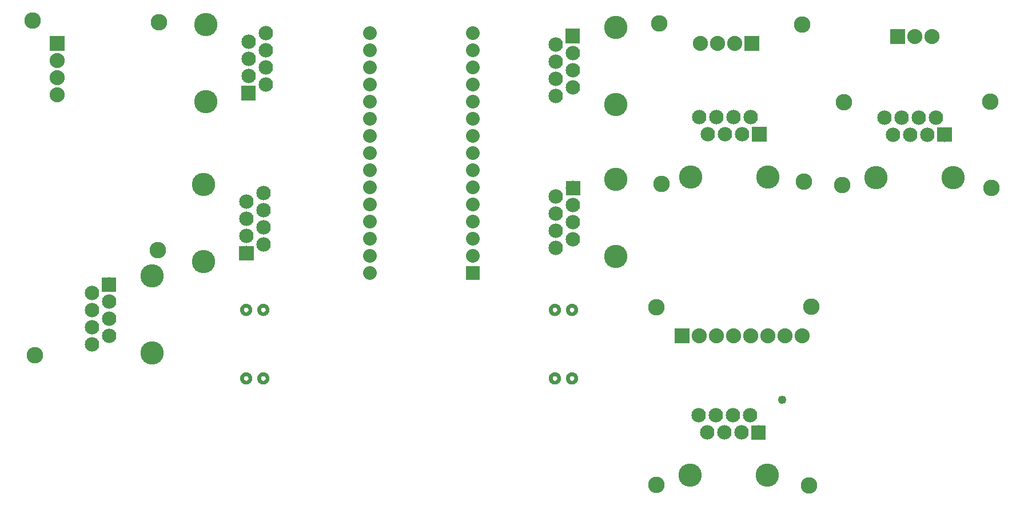
<source format=gbs>
G04 MADE WITH FRITZING*
G04 WWW.FRITZING.ORG*
G04 DOUBLE SIDED*
G04 HOLES PLATED*
G04 CONTOUR ON CENTER OF CONTOUR VECTOR*
%ASAXBY*%
%FSLAX23Y23*%
%MOIN*%
%OFA0B0*%
%SFA1.0B1.0*%
%ADD10C,0.080000*%
%ADD11C,0.084000*%
%ADD12C,0.135984*%
%ADD13C,0.088000*%
%ADD14C,0.049370*%
%ADD15C,0.096614*%
%ADD16R,0.079972X0.080000*%
%ADD17R,0.088000X0.088000*%
%ADD18R,0.001000X0.001000*%
%LNMASK0*%
G90*
G70*
G54D10*
X2680Y1333D03*
X2680Y1433D03*
X2680Y1533D03*
X2680Y1633D03*
X2680Y1733D03*
X2680Y1833D03*
X2680Y1933D03*
X2680Y2033D03*
X2680Y2133D03*
X2680Y2233D03*
X2680Y2333D03*
X2680Y2433D03*
X2680Y2533D03*
X2680Y2633D03*
X2680Y2733D03*
X2080Y1333D03*
X2080Y1433D03*
X2080Y1533D03*
X2080Y1633D03*
X2080Y1733D03*
X2080Y1833D03*
X2080Y1933D03*
X2080Y2033D03*
X2080Y2133D03*
X2080Y2233D03*
X2080Y2333D03*
X2080Y2433D03*
X2080Y2533D03*
X2080Y2633D03*
X2080Y2733D03*
G54D11*
X3163Y2367D03*
X3263Y2417D03*
X3163Y2467D03*
X3163Y2567D03*
X3163Y2667D03*
X3263Y2517D03*
X3263Y2617D03*
X3263Y2717D03*
G54D12*
X3513Y2767D03*
X3513Y2317D03*
G54D11*
X3163Y2367D03*
X3263Y2417D03*
X3163Y2467D03*
X3163Y2567D03*
X3163Y2667D03*
X3263Y2517D03*
X3263Y2617D03*
X3263Y2717D03*
G54D12*
X3513Y2767D03*
X3513Y2317D03*
G54D11*
X1472Y2734D03*
X1372Y2684D03*
X1472Y2634D03*
X1472Y2534D03*
X1472Y2434D03*
X1372Y2584D03*
X1372Y2484D03*
X1372Y2384D03*
G54D12*
X1122Y2334D03*
X1122Y2784D03*
G54D11*
X1472Y2734D03*
X1372Y2684D03*
X1472Y2634D03*
X1472Y2534D03*
X1472Y2434D03*
X1372Y2584D03*
X1372Y2484D03*
X1372Y2384D03*
G54D12*
X1122Y2334D03*
X1122Y2784D03*
G54D11*
X1461Y1800D03*
X1361Y1750D03*
X1461Y1700D03*
X1461Y1600D03*
X1461Y1500D03*
X1361Y1650D03*
X1361Y1550D03*
X1361Y1450D03*
G54D12*
X1111Y1400D03*
X1111Y1850D03*
G54D11*
X1461Y1800D03*
X1361Y1750D03*
X1461Y1700D03*
X1461Y1600D03*
X1461Y1500D03*
X1361Y1650D03*
X1361Y1550D03*
X1361Y1450D03*
G54D12*
X1111Y1400D03*
X1111Y1850D03*
G54D11*
X3165Y1480D03*
X3265Y1530D03*
X3165Y1580D03*
X3165Y1680D03*
X3165Y1780D03*
X3265Y1630D03*
X3265Y1730D03*
X3265Y1830D03*
G54D12*
X3515Y1880D03*
X3515Y1430D03*
G54D11*
X3165Y1480D03*
X3265Y1530D03*
X3165Y1580D03*
X3165Y1680D03*
X3165Y1780D03*
X3265Y1630D03*
X3265Y1730D03*
X3265Y1830D03*
G54D12*
X3515Y1880D03*
X3515Y1430D03*
G54D11*
X3997Y503D03*
X4047Y403D03*
X4097Y503D03*
X4197Y503D03*
X4297Y503D03*
X4147Y403D03*
X4247Y403D03*
X4347Y403D03*
G54D12*
X4397Y153D03*
X3947Y153D03*
G54D11*
X3997Y503D03*
X4047Y403D03*
X4097Y503D03*
X4197Y503D03*
X4297Y503D03*
X4147Y403D03*
X4247Y403D03*
X4347Y403D03*
G54D12*
X4397Y153D03*
X3947Y153D03*
G54D13*
X3901Y967D03*
X4001Y967D03*
X4101Y967D03*
X4201Y967D03*
X4301Y967D03*
X4401Y967D03*
X4501Y967D03*
X4601Y967D03*
X3901Y967D03*
X4001Y967D03*
X4101Y967D03*
X4201Y967D03*
X4301Y967D03*
X4401Y967D03*
X4501Y967D03*
X4601Y967D03*
G54D14*
X4485Y594D03*
G54D11*
X460Y917D03*
X560Y967D03*
X460Y1017D03*
X460Y1117D03*
X460Y1217D03*
X560Y1067D03*
X560Y1167D03*
X560Y1267D03*
G54D12*
X810Y1317D03*
X810Y867D03*
G54D11*
X460Y917D03*
X560Y967D03*
X460Y1017D03*
X460Y1117D03*
X460Y1217D03*
X560Y1067D03*
X560Y1167D03*
X560Y1267D03*
G54D12*
X810Y1317D03*
X810Y867D03*
G54D13*
X257Y2675D03*
X257Y2575D03*
X257Y2475D03*
X257Y2375D03*
X257Y2675D03*
X257Y2575D03*
X257Y2475D03*
X257Y2375D03*
X5158Y2715D03*
X5258Y2715D03*
X5358Y2715D03*
G54D11*
X5081Y2242D03*
X5131Y2142D03*
X5181Y2242D03*
X5281Y2242D03*
X5381Y2242D03*
X5231Y2142D03*
X5331Y2142D03*
X5431Y2142D03*
G54D12*
X5481Y1892D03*
X5031Y1892D03*
G54D11*
X5081Y2242D03*
X5131Y2142D03*
X5181Y2242D03*
X5281Y2242D03*
X5381Y2242D03*
X5231Y2142D03*
X5331Y2142D03*
X5431Y2142D03*
G54D12*
X5481Y1892D03*
X5031Y1892D03*
G54D13*
X4307Y2673D03*
X4207Y2673D03*
X4107Y2673D03*
X4007Y2673D03*
X4307Y2673D03*
X4207Y2673D03*
X4107Y2673D03*
X4007Y2673D03*
G54D11*
X4001Y2244D03*
X4051Y2144D03*
X4101Y2244D03*
X4201Y2244D03*
X4301Y2244D03*
X4151Y2144D03*
X4251Y2144D03*
X4351Y2144D03*
G54D12*
X4401Y1894D03*
X3951Y1894D03*
G54D11*
X4001Y2244D03*
X4051Y2144D03*
X4101Y2244D03*
X4201Y2244D03*
X4301Y2244D03*
X4151Y2144D03*
X4251Y2144D03*
X4351Y2144D03*
G54D12*
X4401Y1894D03*
X3951Y1894D03*
G54D15*
X4600Y2786D03*
X3767Y2792D03*
X4611Y1867D03*
X3779Y1856D03*
X5704Y1832D03*
X5698Y2335D03*
X4833Y1847D03*
X4842Y2330D03*
X849Y2798D03*
X114Y2809D03*
X126Y856D03*
X843Y1468D03*
X3750Y1133D03*
X4652Y1139D03*
X3750Y98D03*
X4640Y93D03*
G54D16*
X2680Y1333D03*
G54D17*
X3901Y967D03*
X3901Y967D03*
X257Y2675D03*
X257Y2675D03*
X5158Y2715D03*
X4307Y2673D03*
X4307Y2673D03*
G54D18*
X3221Y2759D02*
X3303Y2759D01*
X3221Y2758D02*
X3304Y2758D01*
X3221Y2757D02*
X3304Y2757D01*
X3221Y2756D02*
X3304Y2756D01*
X3221Y2755D02*
X3304Y2755D01*
X3221Y2754D02*
X3304Y2754D01*
X3221Y2753D02*
X3304Y2753D01*
X3221Y2752D02*
X3304Y2752D01*
X3221Y2751D02*
X3304Y2751D01*
X3221Y2750D02*
X3304Y2750D01*
X3221Y2749D02*
X3304Y2749D01*
X3221Y2748D02*
X3304Y2748D01*
X3221Y2747D02*
X3304Y2747D01*
X3221Y2746D02*
X3304Y2746D01*
X3221Y2745D02*
X3304Y2745D01*
X3221Y2744D02*
X3304Y2744D01*
X3221Y2743D02*
X3304Y2743D01*
X3221Y2742D02*
X3304Y2742D01*
X3221Y2741D02*
X3304Y2741D01*
X3221Y2740D02*
X3304Y2740D01*
X3221Y2739D02*
X3304Y2739D01*
X3221Y2738D02*
X3304Y2738D01*
X3221Y2737D02*
X3304Y2737D01*
X3221Y2736D02*
X3304Y2736D01*
X3221Y2735D02*
X3304Y2735D01*
X3221Y2734D02*
X3304Y2734D01*
X3221Y2733D02*
X3304Y2733D01*
X3221Y2732D02*
X3261Y2732D01*
X3263Y2732D02*
X3304Y2732D01*
X3221Y2731D02*
X3256Y2731D01*
X3268Y2731D02*
X3304Y2731D01*
X3221Y2730D02*
X3254Y2730D01*
X3270Y2730D02*
X3304Y2730D01*
X3221Y2729D02*
X3253Y2729D01*
X3271Y2729D02*
X3304Y2729D01*
X3221Y2728D02*
X3251Y2728D01*
X3273Y2728D02*
X3304Y2728D01*
X3221Y2727D02*
X3251Y2727D01*
X3274Y2727D02*
X3304Y2727D01*
X3221Y2726D02*
X3250Y2726D01*
X3274Y2726D02*
X3304Y2726D01*
X3221Y2725D02*
X3249Y2725D01*
X3275Y2725D02*
X3304Y2725D01*
X3221Y2724D02*
X3248Y2724D01*
X3276Y2724D02*
X3304Y2724D01*
X3221Y2723D02*
X3248Y2723D01*
X3276Y2723D02*
X3304Y2723D01*
X3221Y2722D02*
X3248Y2722D01*
X3277Y2722D02*
X3304Y2722D01*
X3221Y2721D02*
X3247Y2721D01*
X3277Y2721D02*
X3304Y2721D01*
X3221Y2720D02*
X3247Y2720D01*
X3277Y2720D02*
X3304Y2720D01*
X3221Y2719D02*
X3247Y2719D01*
X3277Y2719D02*
X3304Y2719D01*
X3221Y2718D02*
X3247Y2718D01*
X3277Y2718D02*
X3304Y2718D01*
X3221Y2717D02*
X3247Y2717D01*
X3277Y2717D02*
X3304Y2717D01*
X3221Y2716D02*
X3247Y2716D01*
X3277Y2716D02*
X3304Y2716D01*
X3221Y2715D02*
X3247Y2715D01*
X3277Y2715D02*
X3304Y2715D01*
X3221Y2714D02*
X3247Y2714D01*
X3277Y2714D02*
X3304Y2714D01*
X3221Y2713D02*
X3248Y2713D01*
X3277Y2713D02*
X3304Y2713D01*
X3221Y2712D02*
X3248Y2712D01*
X3276Y2712D02*
X3304Y2712D01*
X3221Y2711D02*
X3248Y2711D01*
X3276Y2711D02*
X3304Y2711D01*
X3221Y2710D02*
X3249Y2710D01*
X3275Y2710D02*
X3304Y2710D01*
X3221Y2709D02*
X3249Y2709D01*
X3275Y2709D02*
X3304Y2709D01*
X3221Y2708D02*
X3250Y2708D01*
X3274Y2708D02*
X3304Y2708D01*
X3221Y2707D02*
X3251Y2707D01*
X3273Y2707D02*
X3304Y2707D01*
X3221Y2706D02*
X3252Y2706D01*
X3272Y2706D02*
X3304Y2706D01*
X3221Y2705D02*
X3254Y2705D01*
X3271Y2705D02*
X3304Y2705D01*
X3221Y2704D02*
X3255Y2704D01*
X3269Y2704D02*
X3304Y2704D01*
X3221Y2703D02*
X3258Y2703D01*
X3266Y2703D02*
X3304Y2703D01*
X3221Y2702D02*
X3304Y2702D01*
X3221Y2701D02*
X3304Y2701D01*
X3221Y2700D02*
X3304Y2700D01*
X3221Y2699D02*
X3304Y2699D01*
X3221Y2698D02*
X3304Y2698D01*
X3221Y2697D02*
X3304Y2697D01*
X3221Y2696D02*
X3304Y2696D01*
X3221Y2695D02*
X3304Y2695D01*
X3221Y2694D02*
X3304Y2694D01*
X3221Y2693D02*
X3304Y2693D01*
X3221Y2692D02*
X3304Y2692D01*
X3221Y2691D02*
X3304Y2691D01*
X3221Y2690D02*
X3304Y2690D01*
X3221Y2689D02*
X3304Y2689D01*
X3221Y2688D02*
X3304Y2688D01*
X3221Y2687D02*
X3304Y2687D01*
X3221Y2686D02*
X3304Y2686D01*
X3221Y2685D02*
X3304Y2685D01*
X3221Y2684D02*
X3304Y2684D01*
X3221Y2683D02*
X3304Y2683D01*
X3221Y2682D02*
X3304Y2682D01*
X3221Y2681D02*
X3304Y2681D01*
X3221Y2680D02*
X3304Y2680D01*
X3221Y2679D02*
X3304Y2679D01*
X3221Y2678D02*
X3304Y2678D01*
X3221Y2677D02*
X3304Y2677D01*
X3221Y2676D02*
X3304Y2676D01*
X1331Y2426D02*
X1413Y2426D01*
X1330Y2425D02*
X1413Y2425D01*
X1330Y2424D02*
X1413Y2424D01*
X1330Y2423D02*
X1413Y2423D01*
X1330Y2422D02*
X1413Y2422D01*
X1330Y2421D02*
X1413Y2421D01*
X1330Y2420D02*
X1413Y2420D01*
X1330Y2419D02*
X1413Y2419D01*
X1330Y2418D02*
X1413Y2418D01*
X1330Y2417D02*
X1413Y2417D01*
X1330Y2416D02*
X1413Y2416D01*
X1330Y2415D02*
X1413Y2415D01*
X1330Y2414D02*
X1413Y2414D01*
X1330Y2413D02*
X1413Y2413D01*
X1330Y2412D02*
X1413Y2412D01*
X1330Y2411D02*
X1413Y2411D01*
X1330Y2410D02*
X1413Y2410D01*
X1330Y2409D02*
X1413Y2409D01*
X1330Y2408D02*
X1413Y2408D01*
X1330Y2407D02*
X1413Y2407D01*
X1330Y2406D02*
X1413Y2406D01*
X1330Y2405D02*
X1413Y2405D01*
X1330Y2404D02*
X1413Y2404D01*
X1330Y2403D02*
X1413Y2403D01*
X1330Y2402D02*
X1413Y2402D01*
X1330Y2401D02*
X1413Y2401D01*
X1330Y2400D02*
X1413Y2400D01*
X1330Y2399D02*
X1413Y2399D01*
X1330Y2398D02*
X1367Y2398D01*
X1377Y2398D02*
X1413Y2398D01*
X1330Y2397D02*
X1364Y2397D01*
X1379Y2397D02*
X1413Y2397D01*
X1330Y2396D02*
X1363Y2396D01*
X1381Y2396D02*
X1413Y2396D01*
X1330Y2395D02*
X1362Y2395D01*
X1382Y2395D02*
X1413Y2395D01*
X1330Y2394D02*
X1361Y2394D01*
X1383Y2394D02*
X1413Y2394D01*
X1330Y2393D02*
X1360Y2393D01*
X1384Y2393D02*
X1413Y2393D01*
X1330Y2392D02*
X1359Y2392D01*
X1385Y2392D02*
X1413Y2392D01*
X1330Y2391D02*
X1358Y2391D01*
X1385Y2391D02*
X1413Y2391D01*
X1330Y2390D02*
X1358Y2390D01*
X1386Y2390D02*
X1413Y2390D01*
X1330Y2389D02*
X1357Y2389D01*
X1386Y2389D02*
X1413Y2389D01*
X1330Y2388D02*
X1357Y2388D01*
X1386Y2388D02*
X1413Y2388D01*
X1330Y2387D02*
X1357Y2387D01*
X1387Y2387D02*
X1413Y2387D01*
X1330Y2386D02*
X1357Y2386D01*
X1387Y2386D02*
X1413Y2386D01*
X1330Y2385D02*
X1357Y2385D01*
X1387Y2385D02*
X1413Y2385D01*
X1330Y2384D02*
X1357Y2384D01*
X1387Y2384D02*
X1413Y2384D01*
X1330Y2383D02*
X1357Y2383D01*
X1387Y2383D02*
X1413Y2383D01*
X1330Y2382D02*
X1357Y2382D01*
X1387Y2382D02*
X1413Y2382D01*
X1330Y2381D02*
X1357Y2381D01*
X1387Y2381D02*
X1413Y2381D01*
X1330Y2380D02*
X1357Y2380D01*
X1386Y2380D02*
X1413Y2380D01*
X1330Y2379D02*
X1357Y2379D01*
X1386Y2379D02*
X1413Y2379D01*
X1330Y2378D02*
X1358Y2378D01*
X1386Y2378D02*
X1413Y2378D01*
X1330Y2377D02*
X1358Y2377D01*
X1385Y2377D02*
X1413Y2377D01*
X1330Y2376D02*
X1359Y2376D01*
X1385Y2376D02*
X1413Y2376D01*
X1330Y2375D02*
X1360Y2375D01*
X1384Y2375D02*
X1413Y2375D01*
X1330Y2374D02*
X1361Y2374D01*
X1383Y2374D02*
X1413Y2374D01*
X1330Y2373D02*
X1362Y2373D01*
X1382Y2373D02*
X1413Y2373D01*
X1330Y2372D02*
X1363Y2372D01*
X1381Y2372D02*
X1413Y2372D01*
X1330Y2371D02*
X1365Y2371D01*
X1379Y2371D02*
X1413Y2371D01*
X1330Y2370D02*
X1367Y2370D01*
X1377Y2370D02*
X1413Y2370D01*
X1330Y2369D02*
X1413Y2369D01*
X1330Y2368D02*
X1413Y2368D01*
X1330Y2367D02*
X1413Y2367D01*
X1330Y2366D02*
X1413Y2366D01*
X1330Y2365D02*
X1413Y2365D01*
X1330Y2364D02*
X1413Y2364D01*
X1330Y2363D02*
X1413Y2363D01*
X1330Y2362D02*
X1413Y2362D01*
X1330Y2361D02*
X1413Y2361D01*
X1330Y2360D02*
X1413Y2360D01*
X1330Y2359D02*
X1413Y2359D01*
X1330Y2358D02*
X1413Y2358D01*
X1330Y2357D02*
X1413Y2357D01*
X1330Y2356D02*
X1413Y2356D01*
X1330Y2355D02*
X1413Y2355D01*
X1330Y2354D02*
X1413Y2354D01*
X1330Y2353D02*
X1413Y2353D01*
X1330Y2352D02*
X1413Y2352D01*
X1330Y2351D02*
X1413Y2351D01*
X1330Y2350D02*
X1413Y2350D01*
X1330Y2349D02*
X1413Y2349D01*
X1330Y2348D02*
X1413Y2348D01*
X1330Y2347D02*
X1413Y2347D01*
X1330Y2346D02*
X1413Y2346D01*
X1330Y2345D02*
X1413Y2345D01*
X1330Y2344D02*
X1413Y2344D01*
X1330Y2343D02*
X1413Y2343D01*
X4309Y2186D02*
X4392Y2186D01*
X4309Y2185D02*
X4392Y2185D01*
X4309Y2184D02*
X4392Y2184D01*
X5389Y2184D02*
X5472Y2184D01*
X4309Y2183D02*
X4392Y2183D01*
X5389Y2183D02*
X5472Y2183D01*
X4309Y2182D02*
X4392Y2182D01*
X5389Y2182D02*
X5472Y2182D01*
X4309Y2181D02*
X4392Y2181D01*
X5389Y2181D02*
X5472Y2181D01*
X4309Y2180D02*
X4392Y2180D01*
X5389Y2180D02*
X5472Y2180D01*
X4309Y2179D02*
X4392Y2179D01*
X5389Y2179D02*
X5472Y2179D01*
X4309Y2178D02*
X4392Y2178D01*
X5389Y2178D02*
X5472Y2178D01*
X4309Y2177D02*
X4392Y2177D01*
X5389Y2177D02*
X5472Y2177D01*
X4309Y2176D02*
X4392Y2176D01*
X5389Y2176D02*
X5472Y2176D01*
X4309Y2175D02*
X4392Y2175D01*
X5389Y2175D02*
X5472Y2175D01*
X4309Y2174D02*
X4392Y2174D01*
X5389Y2174D02*
X5472Y2174D01*
X4309Y2173D02*
X4392Y2173D01*
X5389Y2173D02*
X5472Y2173D01*
X4309Y2172D02*
X4392Y2172D01*
X5389Y2172D02*
X5472Y2172D01*
X4309Y2171D02*
X4392Y2171D01*
X5389Y2171D02*
X5472Y2171D01*
X4309Y2170D02*
X4392Y2170D01*
X5389Y2170D02*
X5472Y2170D01*
X4309Y2169D02*
X4392Y2169D01*
X5389Y2169D02*
X5472Y2169D01*
X4309Y2168D02*
X4392Y2168D01*
X5389Y2168D02*
X5472Y2168D01*
X4309Y2167D02*
X4392Y2167D01*
X5389Y2167D02*
X5472Y2167D01*
X4309Y2166D02*
X4392Y2166D01*
X5389Y2166D02*
X5472Y2166D01*
X4309Y2165D02*
X4392Y2165D01*
X5389Y2165D02*
X5472Y2165D01*
X4309Y2164D02*
X4392Y2164D01*
X5389Y2164D02*
X5472Y2164D01*
X4309Y2163D02*
X4392Y2163D01*
X5389Y2163D02*
X5472Y2163D01*
X4309Y2162D02*
X4392Y2162D01*
X5389Y2162D02*
X5472Y2162D01*
X4309Y2161D02*
X4392Y2161D01*
X5389Y2161D02*
X5472Y2161D01*
X4309Y2160D02*
X4392Y2160D01*
X5389Y2160D02*
X5472Y2160D01*
X4309Y2159D02*
X4349Y2159D01*
X4352Y2159D02*
X4392Y2159D01*
X5389Y2159D02*
X5472Y2159D01*
X4309Y2158D02*
X4344Y2158D01*
X4357Y2158D02*
X4392Y2158D01*
X5389Y2158D02*
X5472Y2158D01*
X4309Y2157D02*
X4342Y2157D01*
X4359Y2157D02*
X4392Y2157D01*
X5389Y2157D02*
X5427Y2157D01*
X5434Y2157D02*
X5472Y2157D01*
X4309Y2156D02*
X4341Y2156D01*
X4360Y2156D02*
X4392Y2156D01*
X5389Y2156D02*
X5424Y2156D01*
X5437Y2156D02*
X5472Y2156D01*
X4309Y2155D02*
X4340Y2155D01*
X4361Y2155D02*
X4392Y2155D01*
X5389Y2155D02*
X5422Y2155D01*
X5439Y2155D02*
X5472Y2155D01*
X4309Y2154D02*
X4339Y2154D01*
X4362Y2154D02*
X4392Y2154D01*
X5389Y2154D02*
X5421Y2154D01*
X5440Y2154D02*
X5472Y2154D01*
X4309Y2153D02*
X4338Y2153D01*
X4363Y2153D02*
X4392Y2153D01*
X5389Y2153D02*
X5419Y2153D01*
X5441Y2153D02*
X5472Y2153D01*
X4309Y2152D02*
X4337Y2152D01*
X4364Y2152D02*
X4392Y2152D01*
X5389Y2152D02*
X5419Y2152D01*
X5442Y2152D02*
X5472Y2152D01*
X4309Y2151D02*
X4337Y2151D01*
X4364Y2151D02*
X4392Y2151D01*
X5389Y2151D02*
X5418Y2151D01*
X5443Y2151D02*
X5472Y2151D01*
X4309Y2150D02*
X4336Y2150D01*
X4365Y2150D02*
X4392Y2150D01*
X5389Y2150D02*
X5417Y2150D01*
X5444Y2150D02*
X5472Y2150D01*
X4309Y2149D02*
X4336Y2149D01*
X4365Y2149D02*
X4392Y2149D01*
X5389Y2149D02*
X5417Y2149D01*
X5444Y2149D02*
X5472Y2149D01*
X4309Y2148D02*
X4336Y2148D01*
X4365Y2148D02*
X4392Y2148D01*
X5389Y2148D02*
X5416Y2148D01*
X5445Y2148D02*
X5472Y2148D01*
X4309Y2147D02*
X4335Y2147D01*
X4365Y2147D02*
X4392Y2147D01*
X5389Y2147D02*
X5416Y2147D01*
X5445Y2147D02*
X5472Y2147D01*
X4309Y2146D02*
X4335Y2146D01*
X4366Y2146D02*
X4392Y2146D01*
X5389Y2146D02*
X5415Y2146D01*
X5445Y2146D02*
X5472Y2146D01*
X4309Y2145D02*
X4335Y2145D01*
X4366Y2145D02*
X4392Y2145D01*
X5389Y2145D02*
X5415Y2145D01*
X5445Y2145D02*
X5472Y2145D01*
X4309Y2144D02*
X4335Y2144D01*
X4366Y2144D02*
X4392Y2144D01*
X5389Y2144D02*
X5415Y2144D01*
X5445Y2144D02*
X5472Y2144D01*
X4309Y2143D02*
X4335Y2143D01*
X4366Y2143D02*
X4392Y2143D01*
X5389Y2143D02*
X5415Y2143D01*
X5445Y2143D02*
X5472Y2143D01*
X4309Y2142D02*
X4335Y2142D01*
X4365Y2142D02*
X4392Y2142D01*
X5389Y2142D02*
X5415Y2142D01*
X5445Y2142D02*
X5472Y2142D01*
X4309Y2141D02*
X4336Y2141D01*
X4365Y2141D02*
X4392Y2141D01*
X5389Y2141D02*
X5415Y2141D01*
X5445Y2141D02*
X5472Y2141D01*
X4309Y2140D02*
X4336Y2140D01*
X4365Y2140D02*
X4392Y2140D01*
X5389Y2140D02*
X5415Y2140D01*
X5445Y2140D02*
X5472Y2140D01*
X4309Y2139D02*
X4336Y2139D01*
X4365Y2139D02*
X4392Y2139D01*
X5389Y2139D02*
X5416Y2139D01*
X5445Y2139D02*
X5472Y2139D01*
X4309Y2138D02*
X4337Y2138D01*
X4364Y2138D02*
X4392Y2138D01*
X5389Y2138D02*
X5416Y2138D01*
X5445Y2138D02*
X5472Y2138D01*
X4309Y2137D02*
X4337Y2137D01*
X4364Y2137D02*
X4392Y2137D01*
X5389Y2137D02*
X5416Y2137D01*
X5444Y2137D02*
X5472Y2137D01*
X4309Y2136D02*
X4338Y2136D01*
X4363Y2136D02*
X4392Y2136D01*
X5389Y2136D02*
X5417Y2136D01*
X5444Y2136D02*
X5472Y2136D01*
X4309Y2135D02*
X4339Y2135D01*
X4362Y2135D02*
X4392Y2135D01*
X5389Y2135D02*
X5417Y2135D01*
X5443Y2135D02*
X5472Y2135D01*
X4309Y2134D02*
X4340Y2134D01*
X4361Y2134D02*
X4392Y2134D01*
X5389Y2134D02*
X5418Y2134D01*
X5443Y2134D02*
X5472Y2134D01*
X4309Y2133D02*
X4341Y2133D01*
X4360Y2133D02*
X4392Y2133D01*
X5389Y2133D02*
X5419Y2133D01*
X5442Y2133D02*
X5472Y2133D01*
X4309Y2132D02*
X4342Y2132D01*
X4359Y2132D02*
X4392Y2132D01*
X5389Y2132D02*
X5420Y2132D01*
X5441Y2132D02*
X5472Y2132D01*
X4309Y2131D02*
X4344Y2131D01*
X4357Y2131D02*
X4392Y2131D01*
X5389Y2131D02*
X5421Y2131D01*
X5440Y2131D02*
X5472Y2131D01*
X4309Y2130D02*
X4347Y2130D01*
X4354Y2130D02*
X4392Y2130D01*
X5389Y2130D02*
X5422Y2130D01*
X5438Y2130D02*
X5472Y2130D01*
X4309Y2129D02*
X4392Y2129D01*
X5389Y2129D02*
X5424Y2129D01*
X5436Y2129D02*
X5472Y2129D01*
X4309Y2128D02*
X4392Y2128D01*
X5389Y2128D02*
X5429Y2128D01*
X5431Y2128D02*
X5472Y2128D01*
X4309Y2127D02*
X4392Y2127D01*
X5389Y2127D02*
X5472Y2127D01*
X4309Y2126D02*
X4392Y2126D01*
X5389Y2126D02*
X5472Y2126D01*
X4309Y2125D02*
X4392Y2125D01*
X5389Y2125D02*
X5472Y2125D01*
X4309Y2124D02*
X4392Y2124D01*
X5389Y2124D02*
X5472Y2124D01*
X4309Y2123D02*
X4392Y2123D01*
X5389Y2123D02*
X5472Y2123D01*
X4309Y2122D02*
X4392Y2122D01*
X5389Y2122D02*
X5472Y2122D01*
X4309Y2121D02*
X4392Y2121D01*
X5389Y2121D02*
X5472Y2121D01*
X4309Y2120D02*
X4392Y2120D01*
X5389Y2120D02*
X5472Y2120D01*
X4309Y2119D02*
X4392Y2119D01*
X5389Y2119D02*
X5472Y2119D01*
X4309Y2118D02*
X4392Y2118D01*
X5389Y2118D02*
X5472Y2118D01*
X4309Y2117D02*
X4392Y2117D01*
X5389Y2117D02*
X5472Y2117D01*
X4309Y2116D02*
X4392Y2116D01*
X5389Y2116D02*
X5472Y2116D01*
X4309Y2115D02*
X4392Y2115D01*
X5389Y2115D02*
X5472Y2115D01*
X4309Y2114D02*
X4392Y2114D01*
X5389Y2114D02*
X5472Y2114D01*
X4309Y2113D02*
X4392Y2113D01*
X5389Y2113D02*
X5472Y2113D01*
X4309Y2112D02*
X4392Y2112D01*
X5389Y2112D02*
X5472Y2112D01*
X4309Y2111D02*
X4392Y2111D01*
X5389Y2111D02*
X5472Y2111D01*
X4309Y2110D02*
X4392Y2110D01*
X5389Y2110D02*
X5472Y2110D01*
X4309Y2109D02*
X4392Y2109D01*
X5389Y2109D02*
X5472Y2109D01*
X4309Y2108D02*
X4392Y2108D01*
X5389Y2108D02*
X5472Y2108D01*
X4309Y2107D02*
X4392Y2107D01*
X5389Y2107D02*
X5472Y2107D01*
X4309Y2106D02*
X4392Y2106D01*
X5389Y2106D02*
X5472Y2106D01*
X4309Y2105D02*
X4392Y2105D01*
X5389Y2105D02*
X5472Y2105D01*
X4309Y2104D02*
X4392Y2104D01*
X5389Y2104D02*
X5472Y2104D01*
X4309Y2103D02*
X4392Y2103D01*
X5389Y2103D02*
X5472Y2103D01*
X5389Y2102D02*
X5472Y2102D01*
X5389Y2101D02*
X5472Y2101D01*
X3223Y1872D02*
X3306Y1872D01*
X3223Y1871D02*
X3306Y1871D01*
X3223Y1870D02*
X3306Y1870D01*
X3223Y1869D02*
X3306Y1869D01*
X3223Y1868D02*
X3306Y1868D01*
X3223Y1867D02*
X3306Y1867D01*
X3223Y1866D02*
X3306Y1866D01*
X3223Y1865D02*
X3306Y1865D01*
X3223Y1864D02*
X3306Y1864D01*
X3223Y1863D02*
X3306Y1863D01*
X3223Y1862D02*
X3306Y1862D01*
X3223Y1861D02*
X3306Y1861D01*
X3223Y1860D02*
X3306Y1860D01*
X3223Y1859D02*
X3306Y1859D01*
X3223Y1858D02*
X3306Y1858D01*
X3223Y1857D02*
X3306Y1857D01*
X3223Y1856D02*
X3306Y1856D01*
X3223Y1855D02*
X3306Y1855D01*
X3223Y1854D02*
X3306Y1854D01*
X3223Y1853D02*
X3306Y1853D01*
X3223Y1852D02*
X3306Y1852D01*
X3223Y1851D02*
X3306Y1851D01*
X3223Y1850D02*
X3306Y1850D01*
X3223Y1849D02*
X3306Y1849D01*
X3223Y1848D02*
X3306Y1848D01*
X3223Y1847D02*
X3306Y1847D01*
X3223Y1846D02*
X3306Y1846D01*
X3223Y1845D02*
X3263Y1845D01*
X3266Y1845D02*
X3306Y1845D01*
X3223Y1844D02*
X3258Y1844D01*
X3271Y1844D02*
X3306Y1844D01*
X3223Y1843D02*
X3256Y1843D01*
X3273Y1843D02*
X3306Y1843D01*
X3223Y1842D02*
X3255Y1842D01*
X3274Y1842D02*
X3306Y1842D01*
X3223Y1841D02*
X3254Y1841D01*
X3275Y1841D02*
X3306Y1841D01*
X3223Y1840D02*
X3253Y1840D01*
X3276Y1840D02*
X3306Y1840D01*
X3223Y1839D02*
X3252Y1839D01*
X3277Y1839D02*
X3306Y1839D01*
X3223Y1838D02*
X3251Y1838D01*
X3278Y1838D02*
X3306Y1838D01*
X3223Y1837D02*
X3251Y1837D01*
X3278Y1837D02*
X3306Y1837D01*
X3223Y1836D02*
X3250Y1836D01*
X3279Y1836D02*
X3306Y1836D01*
X3223Y1835D02*
X3250Y1835D01*
X3279Y1835D02*
X3306Y1835D01*
X3223Y1834D02*
X3250Y1834D01*
X3279Y1834D02*
X3306Y1834D01*
X3223Y1833D02*
X3250Y1833D01*
X3279Y1833D02*
X3306Y1833D01*
X3223Y1832D02*
X3249Y1832D01*
X3280Y1832D02*
X3306Y1832D01*
X3223Y1831D02*
X3249Y1831D01*
X3280Y1831D02*
X3306Y1831D01*
X3223Y1830D02*
X3249Y1830D01*
X3280Y1830D02*
X3306Y1830D01*
X3223Y1829D02*
X3249Y1829D01*
X3280Y1829D02*
X3306Y1829D01*
X3223Y1828D02*
X3250Y1828D01*
X3279Y1828D02*
X3306Y1828D01*
X3223Y1827D02*
X3250Y1827D01*
X3279Y1827D02*
X3306Y1827D01*
X3223Y1826D02*
X3250Y1826D01*
X3279Y1826D02*
X3306Y1826D01*
X3223Y1825D02*
X3250Y1825D01*
X3279Y1825D02*
X3306Y1825D01*
X3223Y1824D02*
X3251Y1824D01*
X3278Y1824D02*
X3306Y1824D01*
X3223Y1823D02*
X3251Y1823D01*
X3278Y1823D02*
X3306Y1823D01*
X3223Y1822D02*
X3252Y1822D01*
X3277Y1822D02*
X3306Y1822D01*
X3223Y1821D02*
X3253Y1821D01*
X3276Y1821D02*
X3306Y1821D01*
X3223Y1820D02*
X3254Y1820D01*
X3275Y1820D02*
X3306Y1820D01*
X3223Y1819D02*
X3255Y1819D01*
X3274Y1819D02*
X3306Y1819D01*
X3223Y1818D02*
X3256Y1818D01*
X3273Y1818D02*
X3306Y1818D01*
X3223Y1817D02*
X3258Y1817D01*
X3271Y1817D02*
X3306Y1817D01*
X3223Y1816D02*
X3261Y1816D01*
X3268Y1816D02*
X3306Y1816D01*
X3223Y1815D02*
X3306Y1815D01*
X3223Y1814D02*
X3306Y1814D01*
X3223Y1813D02*
X3306Y1813D01*
X3223Y1812D02*
X3306Y1812D01*
X3223Y1811D02*
X3306Y1811D01*
X3223Y1810D02*
X3306Y1810D01*
X3223Y1809D02*
X3306Y1809D01*
X3223Y1808D02*
X3306Y1808D01*
X3223Y1807D02*
X3306Y1807D01*
X3223Y1806D02*
X3306Y1806D01*
X3223Y1805D02*
X3306Y1805D01*
X3223Y1804D02*
X3306Y1804D01*
X3223Y1803D02*
X3306Y1803D01*
X3223Y1802D02*
X3306Y1802D01*
X3223Y1801D02*
X3306Y1801D01*
X3223Y1800D02*
X3306Y1800D01*
X3223Y1799D02*
X3306Y1799D01*
X3223Y1798D02*
X3306Y1798D01*
X3223Y1797D02*
X3306Y1797D01*
X3223Y1796D02*
X3306Y1796D01*
X3223Y1795D02*
X3306Y1795D01*
X3223Y1794D02*
X3306Y1794D01*
X3223Y1793D02*
X3306Y1793D01*
X3223Y1792D02*
X3306Y1792D01*
X3223Y1791D02*
X3306Y1791D01*
X3223Y1790D02*
X3306Y1790D01*
X3223Y1789D02*
X3306Y1789D01*
X1319Y1492D02*
X1402Y1492D01*
X1319Y1491D02*
X1402Y1491D01*
X1319Y1490D02*
X1402Y1490D01*
X1319Y1489D02*
X1402Y1489D01*
X1319Y1488D02*
X1402Y1488D01*
X1319Y1487D02*
X1402Y1487D01*
X1319Y1486D02*
X1402Y1486D01*
X1319Y1485D02*
X1402Y1485D01*
X1319Y1484D02*
X1402Y1484D01*
X1319Y1483D02*
X1402Y1483D01*
X1319Y1482D02*
X1402Y1482D01*
X1319Y1481D02*
X1402Y1481D01*
X1319Y1480D02*
X1402Y1480D01*
X1319Y1479D02*
X1402Y1479D01*
X1319Y1478D02*
X1402Y1478D01*
X1319Y1477D02*
X1402Y1477D01*
X1319Y1476D02*
X1402Y1476D01*
X1319Y1475D02*
X1402Y1475D01*
X1319Y1474D02*
X1402Y1474D01*
X1319Y1473D02*
X1402Y1473D01*
X1319Y1472D02*
X1402Y1472D01*
X1319Y1471D02*
X1402Y1471D01*
X1319Y1470D02*
X1402Y1470D01*
X1319Y1469D02*
X1402Y1469D01*
X1319Y1468D02*
X1402Y1468D01*
X1319Y1467D02*
X1402Y1467D01*
X1319Y1466D02*
X1402Y1466D01*
X1319Y1465D02*
X1358Y1465D01*
X1363Y1465D02*
X1402Y1465D01*
X1319Y1464D02*
X1354Y1464D01*
X1367Y1464D02*
X1402Y1464D01*
X1319Y1463D02*
X1352Y1463D01*
X1369Y1463D02*
X1402Y1463D01*
X1319Y1462D02*
X1351Y1462D01*
X1370Y1462D02*
X1402Y1462D01*
X1319Y1461D02*
X1350Y1461D01*
X1371Y1461D02*
X1402Y1461D01*
X1319Y1460D02*
X1349Y1460D01*
X1372Y1460D02*
X1402Y1460D01*
X1319Y1459D02*
X1348Y1459D01*
X1373Y1459D02*
X1402Y1459D01*
X1319Y1458D02*
X1348Y1458D01*
X1374Y1458D02*
X1402Y1458D01*
X1319Y1457D02*
X1347Y1457D01*
X1374Y1457D02*
X1402Y1457D01*
X1319Y1456D02*
X1347Y1456D01*
X1375Y1456D02*
X1402Y1456D01*
X1319Y1455D02*
X1346Y1455D01*
X1375Y1455D02*
X1402Y1455D01*
X1319Y1454D02*
X1346Y1454D01*
X1375Y1454D02*
X1402Y1454D01*
X1319Y1453D02*
X1346Y1453D01*
X1376Y1453D02*
X1402Y1453D01*
X1319Y1452D02*
X1346Y1452D01*
X1376Y1452D02*
X1402Y1452D01*
X1319Y1451D02*
X1346Y1451D01*
X1376Y1451D02*
X1402Y1451D01*
X1319Y1450D02*
X1346Y1450D01*
X1376Y1450D02*
X1402Y1450D01*
X1319Y1449D02*
X1346Y1449D01*
X1376Y1449D02*
X1402Y1449D01*
X1319Y1448D02*
X1346Y1448D01*
X1376Y1448D02*
X1402Y1448D01*
X1319Y1447D02*
X1346Y1447D01*
X1376Y1447D02*
X1402Y1447D01*
X1319Y1446D02*
X1346Y1446D01*
X1375Y1446D02*
X1402Y1446D01*
X1319Y1445D02*
X1347Y1445D01*
X1375Y1445D02*
X1402Y1445D01*
X1319Y1444D02*
X1347Y1444D01*
X1374Y1444D02*
X1402Y1444D01*
X1319Y1443D02*
X1348Y1443D01*
X1374Y1443D02*
X1402Y1443D01*
X1319Y1442D02*
X1348Y1442D01*
X1373Y1442D02*
X1402Y1442D01*
X1319Y1441D02*
X1349Y1441D01*
X1372Y1441D02*
X1402Y1441D01*
X1319Y1440D02*
X1350Y1440D01*
X1371Y1440D02*
X1402Y1440D01*
X1319Y1439D02*
X1351Y1439D01*
X1370Y1439D02*
X1402Y1439D01*
X1319Y1438D02*
X1352Y1438D01*
X1369Y1438D02*
X1402Y1438D01*
X1319Y1437D02*
X1354Y1437D01*
X1367Y1437D02*
X1402Y1437D01*
X1319Y1436D02*
X1358Y1436D01*
X1364Y1436D02*
X1402Y1436D01*
X1319Y1435D02*
X1402Y1435D01*
X1319Y1434D02*
X1402Y1434D01*
X1319Y1433D02*
X1402Y1433D01*
X1319Y1432D02*
X1402Y1432D01*
X1319Y1431D02*
X1402Y1431D01*
X1319Y1430D02*
X1402Y1430D01*
X1319Y1429D02*
X1402Y1429D01*
X1319Y1428D02*
X1402Y1428D01*
X1319Y1427D02*
X1402Y1427D01*
X1319Y1426D02*
X1402Y1426D01*
X1319Y1425D02*
X1402Y1425D01*
X1319Y1424D02*
X1402Y1424D01*
X1319Y1423D02*
X1402Y1423D01*
X1319Y1422D02*
X1402Y1422D01*
X1319Y1421D02*
X1402Y1421D01*
X1319Y1420D02*
X1402Y1420D01*
X1319Y1419D02*
X1402Y1419D01*
X1319Y1418D02*
X1402Y1418D01*
X1319Y1417D02*
X1402Y1417D01*
X1319Y1416D02*
X1402Y1416D01*
X1319Y1415D02*
X1402Y1415D01*
X1319Y1414D02*
X1402Y1414D01*
X1319Y1413D02*
X1402Y1413D01*
X1319Y1412D02*
X1402Y1412D01*
X1319Y1411D02*
X1402Y1411D01*
X1319Y1410D02*
X1402Y1410D01*
X1319Y1409D02*
X1402Y1409D01*
X518Y1308D02*
X601Y1308D01*
X518Y1307D02*
X601Y1307D01*
X518Y1306D02*
X601Y1306D01*
X518Y1305D02*
X601Y1305D01*
X518Y1304D02*
X601Y1304D01*
X518Y1303D02*
X601Y1303D01*
X518Y1302D02*
X601Y1302D01*
X518Y1301D02*
X601Y1301D01*
X518Y1300D02*
X601Y1300D01*
X518Y1299D02*
X601Y1299D01*
X518Y1298D02*
X601Y1298D01*
X518Y1297D02*
X601Y1297D01*
X518Y1296D02*
X601Y1296D01*
X518Y1295D02*
X601Y1295D01*
X518Y1294D02*
X601Y1294D01*
X518Y1293D02*
X601Y1293D01*
X518Y1292D02*
X601Y1292D01*
X518Y1291D02*
X601Y1291D01*
X518Y1290D02*
X601Y1290D01*
X518Y1289D02*
X601Y1289D01*
X518Y1288D02*
X601Y1288D01*
X518Y1287D02*
X601Y1287D01*
X518Y1286D02*
X601Y1286D01*
X518Y1285D02*
X601Y1285D01*
X518Y1284D02*
X601Y1284D01*
X518Y1283D02*
X601Y1283D01*
X518Y1282D02*
X601Y1282D01*
X518Y1281D02*
X555Y1281D01*
X564Y1281D02*
X601Y1281D01*
X518Y1280D02*
X552Y1280D01*
X567Y1280D02*
X601Y1280D01*
X518Y1279D02*
X550Y1279D01*
X568Y1279D02*
X601Y1279D01*
X518Y1278D02*
X549Y1278D01*
X569Y1278D02*
X601Y1278D01*
X518Y1277D02*
X548Y1277D01*
X571Y1277D02*
X601Y1277D01*
X518Y1276D02*
X547Y1276D01*
X571Y1276D02*
X601Y1276D01*
X518Y1275D02*
X547Y1275D01*
X572Y1275D02*
X601Y1275D01*
X518Y1274D02*
X546Y1274D01*
X573Y1274D02*
X601Y1274D01*
X518Y1273D02*
X545Y1273D01*
X573Y1273D02*
X601Y1273D01*
X518Y1272D02*
X545Y1272D01*
X574Y1272D02*
X601Y1272D01*
X518Y1271D02*
X545Y1271D01*
X574Y1271D02*
X601Y1271D01*
X518Y1270D02*
X544Y1270D01*
X574Y1270D02*
X601Y1270D01*
X518Y1269D02*
X544Y1269D01*
X574Y1269D02*
X601Y1269D01*
X518Y1268D02*
X544Y1268D01*
X574Y1268D02*
X601Y1268D01*
X518Y1267D02*
X544Y1267D01*
X575Y1267D02*
X601Y1267D01*
X518Y1266D02*
X544Y1266D01*
X574Y1266D02*
X601Y1266D01*
X518Y1265D02*
X544Y1265D01*
X574Y1265D02*
X601Y1265D01*
X518Y1264D02*
X544Y1264D01*
X574Y1264D02*
X601Y1264D01*
X518Y1263D02*
X545Y1263D01*
X574Y1263D02*
X601Y1263D01*
X518Y1262D02*
X545Y1262D01*
X574Y1262D02*
X601Y1262D01*
X518Y1261D02*
X545Y1261D01*
X573Y1261D02*
X601Y1261D01*
X518Y1260D02*
X546Y1260D01*
X573Y1260D02*
X601Y1260D01*
X518Y1259D02*
X546Y1259D01*
X572Y1259D02*
X601Y1259D01*
X518Y1258D02*
X547Y1258D01*
X571Y1258D02*
X601Y1258D01*
X518Y1257D02*
X548Y1257D01*
X571Y1257D02*
X601Y1257D01*
X518Y1256D02*
X549Y1256D01*
X570Y1256D02*
X601Y1256D01*
X518Y1255D02*
X550Y1255D01*
X568Y1255D02*
X601Y1255D01*
X518Y1254D02*
X552Y1254D01*
X567Y1254D02*
X601Y1254D01*
X518Y1253D02*
X554Y1253D01*
X565Y1253D02*
X601Y1253D01*
X518Y1252D02*
X601Y1252D01*
X518Y1251D02*
X601Y1251D01*
X518Y1250D02*
X601Y1250D01*
X518Y1249D02*
X601Y1249D01*
X518Y1248D02*
X601Y1248D01*
X518Y1247D02*
X601Y1247D01*
X518Y1246D02*
X601Y1246D01*
X518Y1245D02*
X601Y1245D01*
X518Y1244D02*
X601Y1244D01*
X518Y1243D02*
X601Y1243D01*
X518Y1242D02*
X601Y1242D01*
X518Y1241D02*
X601Y1241D01*
X518Y1240D02*
X601Y1240D01*
X518Y1239D02*
X601Y1239D01*
X518Y1238D02*
X601Y1238D01*
X518Y1237D02*
X601Y1237D01*
X518Y1236D02*
X601Y1236D01*
X518Y1235D02*
X601Y1235D01*
X518Y1234D02*
X601Y1234D01*
X518Y1233D02*
X601Y1233D01*
X518Y1232D02*
X601Y1232D01*
X518Y1231D02*
X601Y1231D01*
X518Y1230D02*
X601Y1230D01*
X518Y1229D02*
X601Y1229D01*
X518Y1228D02*
X601Y1228D01*
X518Y1227D02*
X601Y1227D01*
X518Y1226D02*
X601Y1226D01*
X518Y1225D02*
X600Y1225D01*
X1352Y1154D02*
X1366Y1154D01*
X1452Y1154D02*
X1466Y1154D01*
X3152Y1154D02*
X3166Y1154D01*
X3252Y1154D02*
X3266Y1154D01*
X1348Y1153D02*
X1370Y1153D01*
X1448Y1153D02*
X1469Y1153D01*
X3148Y1153D02*
X3169Y1153D01*
X3248Y1153D02*
X3269Y1153D01*
X1346Y1152D02*
X1372Y1152D01*
X1445Y1152D02*
X1472Y1152D01*
X3145Y1152D02*
X3172Y1152D01*
X3245Y1152D02*
X3272Y1152D01*
X1343Y1151D02*
X1374Y1151D01*
X1443Y1151D02*
X1474Y1151D01*
X3143Y1151D02*
X3174Y1151D01*
X3243Y1151D02*
X3274Y1151D01*
X1342Y1150D02*
X1376Y1150D01*
X1441Y1150D02*
X1476Y1150D01*
X3141Y1150D02*
X3176Y1150D01*
X3241Y1150D02*
X3276Y1150D01*
X1340Y1149D02*
X1378Y1149D01*
X1440Y1149D02*
X1478Y1149D01*
X3140Y1149D02*
X3178Y1149D01*
X3240Y1149D02*
X3278Y1149D01*
X1338Y1148D02*
X1379Y1148D01*
X1438Y1148D02*
X1479Y1148D01*
X3138Y1148D02*
X3179Y1148D01*
X3238Y1148D02*
X3279Y1148D01*
X1337Y1147D02*
X1381Y1147D01*
X1437Y1147D02*
X1481Y1147D01*
X3137Y1147D02*
X3181Y1147D01*
X3237Y1147D02*
X3281Y1147D01*
X1336Y1146D02*
X1382Y1146D01*
X1436Y1146D02*
X1482Y1146D01*
X3136Y1146D02*
X3182Y1146D01*
X3236Y1146D02*
X3282Y1146D01*
X1335Y1145D02*
X1383Y1145D01*
X1435Y1145D02*
X1483Y1145D01*
X3135Y1145D02*
X3183Y1145D01*
X3234Y1145D02*
X3283Y1145D01*
X1334Y1144D02*
X1384Y1144D01*
X1434Y1144D02*
X1484Y1144D01*
X3134Y1144D02*
X3184Y1144D01*
X3233Y1144D02*
X3284Y1144D01*
X1333Y1143D02*
X1385Y1143D01*
X1433Y1143D02*
X1485Y1143D01*
X3133Y1143D02*
X3185Y1143D01*
X3233Y1143D02*
X3285Y1143D01*
X1332Y1142D02*
X1386Y1142D01*
X1432Y1142D02*
X1486Y1142D01*
X3132Y1142D02*
X3186Y1142D01*
X3232Y1142D02*
X3286Y1142D01*
X1331Y1141D02*
X1387Y1141D01*
X1431Y1141D02*
X1487Y1141D01*
X3131Y1141D02*
X3187Y1141D01*
X3231Y1141D02*
X3287Y1141D01*
X1330Y1140D02*
X1387Y1140D01*
X1430Y1140D02*
X1487Y1140D01*
X3130Y1140D02*
X3187Y1140D01*
X3230Y1140D02*
X3287Y1140D01*
X1330Y1139D02*
X1388Y1139D01*
X1430Y1139D02*
X1488Y1139D01*
X3130Y1139D02*
X3188Y1139D01*
X3229Y1139D02*
X3288Y1139D01*
X1329Y1138D02*
X1389Y1138D01*
X1429Y1138D02*
X1489Y1138D01*
X3129Y1138D02*
X3189Y1138D01*
X3229Y1138D02*
X3289Y1138D01*
X1328Y1137D02*
X1389Y1137D01*
X1428Y1137D02*
X1489Y1137D01*
X3128Y1137D02*
X3189Y1137D01*
X3228Y1137D02*
X3289Y1137D01*
X1328Y1136D02*
X1390Y1136D01*
X1428Y1136D02*
X1490Y1136D01*
X3128Y1136D02*
X3190Y1136D01*
X3228Y1136D02*
X3290Y1136D01*
X1327Y1135D02*
X1390Y1135D01*
X1427Y1135D02*
X1490Y1135D01*
X3127Y1135D02*
X3190Y1135D01*
X3227Y1135D02*
X3290Y1135D01*
X1327Y1134D02*
X1391Y1134D01*
X1427Y1134D02*
X1491Y1134D01*
X3127Y1134D02*
X3191Y1134D01*
X3227Y1134D02*
X3291Y1134D01*
X1326Y1133D02*
X1391Y1133D01*
X1426Y1133D02*
X1491Y1133D01*
X3126Y1133D02*
X3191Y1133D01*
X3226Y1133D02*
X3291Y1133D01*
X1326Y1132D02*
X1355Y1132D01*
X1363Y1132D02*
X1392Y1132D01*
X1426Y1132D02*
X1455Y1132D01*
X1463Y1132D02*
X1492Y1132D01*
X3126Y1132D02*
X3155Y1132D01*
X3163Y1132D02*
X3192Y1132D01*
X3226Y1132D02*
X3255Y1132D01*
X3263Y1132D02*
X3292Y1132D01*
X1326Y1131D02*
X1352Y1131D01*
X1366Y1131D02*
X1392Y1131D01*
X1426Y1131D02*
X1452Y1131D01*
X1465Y1131D02*
X1492Y1131D01*
X3126Y1131D02*
X3152Y1131D01*
X3165Y1131D02*
X3192Y1131D01*
X3225Y1131D02*
X3252Y1131D01*
X3265Y1131D02*
X3292Y1131D01*
X1325Y1130D02*
X1351Y1130D01*
X1367Y1130D02*
X1392Y1130D01*
X1425Y1130D02*
X1451Y1130D01*
X1467Y1130D02*
X1492Y1130D01*
X3125Y1130D02*
X3151Y1130D01*
X3167Y1130D02*
X3192Y1130D01*
X3225Y1130D02*
X3250Y1130D01*
X3267Y1130D02*
X3292Y1130D01*
X1325Y1129D02*
X1349Y1129D01*
X1368Y1129D02*
X1393Y1129D01*
X1425Y1129D02*
X1449Y1129D01*
X1468Y1129D02*
X1493Y1129D01*
X3125Y1129D02*
X3149Y1129D01*
X3168Y1129D02*
X3193Y1129D01*
X3225Y1129D02*
X3249Y1129D01*
X3268Y1129D02*
X3293Y1129D01*
X1325Y1128D02*
X1348Y1128D01*
X1369Y1128D02*
X1393Y1128D01*
X1425Y1128D02*
X1448Y1128D01*
X1469Y1128D02*
X1493Y1128D01*
X3125Y1128D02*
X3148Y1128D01*
X3169Y1128D02*
X3193Y1128D01*
X3225Y1128D02*
X3248Y1128D01*
X3269Y1128D02*
X3293Y1128D01*
X1324Y1127D02*
X1348Y1127D01*
X1370Y1127D02*
X1393Y1127D01*
X1424Y1127D02*
X1448Y1127D01*
X1470Y1127D02*
X1493Y1127D01*
X3124Y1127D02*
X3147Y1127D01*
X3170Y1127D02*
X3193Y1127D01*
X3224Y1127D02*
X3247Y1127D01*
X3270Y1127D02*
X3293Y1127D01*
X1324Y1126D02*
X1347Y1126D01*
X1371Y1126D02*
X1394Y1126D01*
X1424Y1126D02*
X1447Y1126D01*
X1471Y1126D02*
X1494Y1126D01*
X3124Y1126D02*
X3147Y1126D01*
X3171Y1126D02*
X3193Y1126D01*
X3224Y1126D02*
X3247Y1126D01*
X3271Y1126D02*
X3293Y1126D01*
X1324Y1125D02*
X1346Y1125D01*
X1372Y1125D02*
X1394Y1125D01*
X1424Y1125D02*
X1446Y1125D01*
X1471Y1125D02*
X1494Y1125D01*
X3124Y1125D02*
X3146Y1125D01*
X3171Y1125D02*
X3194Y1125D01*
X3224Y1125D02*
X3246Y1125D01*
X3271Y1125D02*
X3294Y1125D01*
X1324Y1124D02*
X1346Y1124D01*
X1372Y1124D02*
X1394Y1124D01*
X1424Y1124D02*
X1446Y1124D01*
X1472Y1124D02*
X1494Y1124D01*
X3124Y1124D02*
X3146Y1124D01*
X3172Y1124D02*
X3194Y1124D01*
X3224Y1124D02*
X3246Y1124D01*
X3272Y1124D02*
X3294Y1124D01*
X1324Y1123D02*
X1345Y1123D01*
X1372Y1123D02*
X1394Y1123D01*
X1424Y1123D02*
X1445Y1123D01*
X1472Y1123D02*
X1494Y1123D01*
X3124Y1123D02*
X3145Y1123D01*
X3172Y1123D02*
X3194Y1123D01*
X3224Y1123D02*
X3245Y1123D01*
X3272Y1123D02*
X3294Y1123D01*
X1324Y1122D02*
X1345Y1122D01*
X1373Y1122D02*
X1394Y1122D01*
X1424Y1122D02*
X1445Y1122D01*
X1473Y1122D02*
X1494Y1122D01*
X3123Y1122D02*
X3145Y1122D01*
X3172Y1122D02*
X3194Y1122D01*
X3223Y1122D02*
X3245Y1122D01*
X3272Y1122D02*
X3294Y1122D01*
X1324Y1121D02*
X1345Y1121D01*
X1373Y1121D02*
X1394Y1121D01*
X1423Y1121D02*
X1445Y1121D01*
X1473Y1121D02*
X1494Y1121D01*
X3123Y1121D02*
X3145Y1121D01*
X3173Y1121D02*
X3194Y1121D01*
X3223Y1121D02*
X3245Y1121D01*
X3273Y1121D02*
X3294Y1121D01*
X1323Y1120D02*
X1345Y1120D01*
X1373Y1120D02*
X1394Y1120D01*
X1423Y1120D02*
X1445Y1120D01*
X1473Y1120D02*
X1494Y1120D01*
X3123Y1120D02*
X3145Y1120D01*
X3173Y1120D02*
X3194Y1120D01*
X3223Y1120D02*
X3245Y1120D01*
X3273Y1120D02*
X3294Y1120D01*
X1323Y1119D02*
X1345Y1119D01*
X1373Y1119D02*
X1394Y1119D01*
X1423Y1119D02*
X1445Y1119D01*
X1473Y1119D02*
X1494Y1119D01*
X3123Y1119D02*
X3145Y1119D01*
X3173Y1119D02*
X3194Y1119D01*
X3223Y1119D02*
X3245Y1119D01*
X3273Y1119D02*
X3294Y1119D01*
X1323Y1118D02*
X1345Y1118D01*
X1373Y1118D02*
X1394Y1118D01*
X1423Y1118D02*
X1445Y1118D01*
X1473Y1118D02*
X1494Y1118D01*
X3123Y1118D02*
X3145Y1118D01*
X3173Y1118D02*
X3194Y1118D01*
X3223Y1118D02*
X3245Y1118D01*
X3273Y1118D02*
X3294Y1118D01*
X1324Y1117D02*
X1345Y1117D01*
X1373Y1117D02*
X1394Y1117D01*
X1423Y1117D02*
X1445Y1117D01*
X1473Y1117D02*
X1494Y1117D01*
X3123Y1117D02*
X3145Y1117D01*
X3173Y1117D02*
X3194Y1117D01*
X3223Y1117D02*
X3245Y1117D01*
X3273Y1117D02*
X3294Y1117D01*
X1324Y1116D02*
X1345Y1116D01*
X1373Y1116D02*
X1394Y1116D01*
X1424Y1116D02*
X1445Y1116D01*
X1473Y1116D02*
X1494Y1116D01*
X3123Y1116D02*
X3145Y1116D01*
X3173Y1116D02*
X3194Y1116D01*
X3223Y1116D02*
X3245Y1116D01*
X3272Y1116D02*
X3294Y1116D01*
X1324Y1115D02*
X1345Y1115D01*
X1372Y1115D02*
X1394Y1115D01*
X1424Y1115D02*
X1445Y1115D01*
X1472Y1115D02*
X1494Y1115D01*
X3124Y1115D02*
X3145Y1115D01*
X3172Y1115D02*
X3194Y1115D01*
X3224Y1115D02*
X3245Y1115D01*
X3272Y1115D02*
X3294Y1115D01*
X1324Y1114D02*
X1346Y1114D01*
X1372Y1114D02*
X1394Y1114D01*
X1424Y1114D02*
X1446Y1114D01*
X1472Y1114D02*
X1494Y1114D01*
X3124Y1114D02*
X3146Y1114D01*
X3172Y1114D02*
X3194Y1114D01*
X3224Y1114D02*
X3246Y1114D01*
X3272Y1114D02*
X3294Y1114D01*
X1324Y1113D02*
X1346Y1113D01*
X1372Y1113D02*
X1394Y1113D01*
X1424Y1113D02*
X1446Y1113D01*
X1472Y1113D02*
X1494Y1113D01*
X3124Y1113D02*
X3146Y1113D01*
X3171Y1113D02*
X3194Y1113D01*
X3224Y1113D02*
X3246Y1113D01*
X3271Y1113D02*
X3294Y1113D01*
X1324Y1112D02*
X1347Y1112D01*
X1371Y1112D02*
X1394Y1112D01*
X1424Y1112D02*
X1447Y1112D01*
X1471Y1112D02*
X1494Y1112D01*
X3124Y1112D02*
X3147Y1112D01*
X3171Y1112D02*
X3194Y1112D01*
X3224Y1112D02*
X3247Y1112D01*
X3271Y1112D02*
X3293Y1112D01*
X1324Y1111D02*
X1347Y1111D01*
X1370Y1111D02*
X1393Y1111D01*
X1424Y1111D02*
X1447Y1111D01*
X1470Y1111D02*
X1493Y1111D01*
X3124Y1111D02*
X3147Y1111D01*
X3170Y1111D02*
X3193Y1111D01*
X3224Y1111D02*
X3247Y1111D01*
X3270Y1111D02*
X3293Y1111D01*
X1325Y1110D02*
X1348Y1110D01*
X1369Y1110D02*
X1393Y1110D01*
X1425Y1110D02*
X1448Y1110D01*
X1469Y1110D02*
X1493Y1110D01*
X3125Y1110D02*
X3148Y1110D01*
X3169Y1110D02*
X3193Y1110D01*
X3224Y1110D02*
X3248Y1110D01*
X3269Y1110D02*
X3293Y1110D01*
X1325Y1109D02*
X1349Y1109D01*
X1369Y1109D02*
X1393Y1109D01*
X1425Y1109D02*
X1449Y1109D01*
X1468Y1109D02*
X1493Y1109D01*
X3125Y1109D02*
X3149Y1109D01*
X3168Y1109D02*
X3193Y1109D01*
X3225Y1109D02*
X3249Y1109D01*
X3268Y1109D02*
X3293Y1109D01*
X1325Y1108D02*
X1350Y1108D01*
X1367Y1108D02*
X1393Y1108D01*
X1425Y1108D02*
X1450Y1108D01*
X1467Y1108D02*
X1492Y1108D01*
X3125Y1108D02*
X3150Y1108D01*
X3167Y1108D02*
X3192Y1108D01*
X3225Y1108D02*
X3250Y1108D01*
X3267Y1108D02*
X3292Y1108D01*
X1326Y1107D02*
X1352Y1107D01*
X1366Y1107D02*
X1392Y1107D01*
X1426Y1107D02*
X1452Y1107D01*
X1466Y1107D02*
X1492Y1107D01*
X3125Y1107D02*
X3152Y1107D01*
X3166Y1107D02*
X3192Y1107D01*
X3225Y1107D02*
X3252Y1107D01*
X3266Y1107D02*
X3292Y1107D01*
X1326Y1106D02*
X1354Y1106D01*
X1363Y1106D02*
X1392Y1106D01*
X1426Y1106D02*
X1454Y1106D01*
X1463Y1106D02*
X1492Y1106D01*
X3126Y1106D02*
X3154Y1106D01*
X3163Y1106D02*
X3192Y1106D01*
X3226Y1106D02*
X3254Y1106D01*
X3263Y1106D02*
X3292Y1106D01*
X1326Y1105D02*
X1391Y1105D01*
X1426Y1105D02*
X1491Y1105D01*
X3126Y1105D02*
X3191Y1105D01*
X3226Y1105D02*
X3291Y1105D01*
X1327Y1104D02*
X1391Y1104D01*
X1427Y1104D02*
X1491Y1104D01*
X3127Y1104D02*
X3191Y1104D01*
X3227Y1104D02*
X3291Y1104D01*
X1327Y1103D02*
X1390Y1103D01*
X1427Y1103D02*
X1490Y1103D01*
X3127Y1103D02*
X3190Y1103D01*
X3227Y1103D02*
X3290Y1103D01*
X1328Y1102D02*
X1390Y1102D01*
X1428Y1102D02*
X1490Y1102D01*
X3128Y1102D02*
X3190Y1102D01*
X3228Y1102D02*
X3290Y1102D01*
X1328Y1101D02*
X1389Y1101D01*
X1428Y1101D02*
X1489Y1101D01*
X3128Y1101D02*
X3189Y1101D01*
X3228Y1101D02*
X3289Y1101D01*
X1329Y1100D02*
X1389Y1100D01*
X1429Y1100D02*
X1489Y1100D01*
X3129Y1100D02*
X3189Y1100D01*
X3229Y1100D02*
X3289Y1100D01*
X1330Y1099D02*
X1388Y1099D01*
X1429Y1099D02*
X1488Y1099D01*
X3129Y1099D02*
X3188Y1099D01*
X3229Y1099D02*
X3288Y1099D01*
X1330Y1098D02*
X1388Y1098D01*
X1430Y1098D02*
X1487Y1098D01*
X3130Y1098D02*
X3187Y1098D01*
X3230Y1098D02*
X3287Y1098D01*
X1331Y1097D02*
X1387Y1097D01*
X1431Y1097D02*
X1487Y1097D01*
X3131Y1097D02*
X3187Y1097D01*
X3231Y1097D02*
X3287Y1097D01*
X1332Y1096D02*
X1386Y1096D01*
X1432Y1096D02*
X1486Y1096D01*
X3132Y1096D02*
X3186Y1096D01*
X3232Y1096D02*
X3286Y1096D01*
X1333Y1095D02*
X1385Y1095D01*
X1433Y1095D02*
X1485Y1095D01*
X3132Y1095D02*
X3185Y1095D01*
X3232Y1095D02*
X3285Y1095D01*
X1333Y1094D02*
X1384Y1094D01*
X1433Y1094D02*
X1484Y1094D01*
X3133Y1094D02*
X3184Y1094D01*
X3233Y1094D02*
X3284Y1094D01*
X1335Y1093D02*
X1383Y1093D01*
X1434Y1093D02*
X1483Y1093D01*
X3134Y1093D02*
X3183Y1093D01*
X3234Y1093D02*
X3283Y1093D01*
X1336Y1092D02*
X1382Y1092D01*
X1436Y1092D02*
X1482Y1092D01*
X3136Y1092D02*
X3182Y1092D01*
X3235Y1092D02*
X3282Y1092D01*
X1337Y1091D02*
X1381Y1091D01*
X1437Y1091D02*
X1481Y1091D01*
X3137Y1091D02*
X3181Y1091D01*
X3237Y1091D02*
X3281Y1091D01*
X1338Y1090D02*
X1380Y1090D01*
X1438Y1090D02*
X1480Y1090D01*
X3138Y1090D02*
X3180Y1090D01*
X3238Y1090D02*
X3279Y1090D01*
X1340Y1089D02*
X1378Y1089D01*
X1440Y1089D02*
X1478Y1089D01*
X3139Y1089D02*
X3178Y1089D01*
X3239Y1089D02*
X3278Y1089D01*
X1341Y1088D02*
X1377Y1088D01*
X1441Y1088D02*
X1476Y1088D01*
X3141Y1088D02*
X3176Y1088D01*
X3241Y1088D02*
X3276Y1088D01*
X1343Y1087D02*
X1375Y1087D01*
X1443Y1087D02*
X1475Y1087D01*
X3143Y1087D02*
X3175Y1087D01*
X3243Y1087D02*
X3275Y1087D01*
X1345Y1086D02*
X1373Y1086D01*
X1445Y1086D02*
X1473Y1086D01*
X3145Y1086D02*
X3172Y1086D01*
X3245Y1086D02*
X3272Y1086D01*
X1348Y1085D02*
X1370Y1085D01*
X1448Y1085D02*
X1470Y1085D01*
X3148Y1085D02*
X3170Y1085D01*
X3248Y1085D02*
X3270Y1085D01*
X1351Y1084D02*
X1367Y1084D01*
X1451Y1084D02*
X1467Y1084D01*
X3151Y1084D02*
X3166Y1084D01*
X3251Y1084D02*
X3266Y1084D01*
X1359Y1083D02*
X1359Y1083D01*
X1459Y1083D02*
X1459Y1083D01*
X3159Y1083D02*
X3159Y1083D01*
X3259Y1083D02*
X3259Y1083D01*
X1352Y754D02*
X1366Y754D01*
X1452Y754D02*
X1466Y754D01*
X3152Y754D02*
X3166Y754D01*
X3251Y754D02*
X3266Y754D01*
X1348Y753D02*
X1370Y753D01*
X1448Y753D02*
X1470Y753D01*
X3148Y753D02*
X3170Y753D01*
X3248Y753D02*
X3269Y753D01*
X1345Y752D02*
X1372Y752D01*
X1445Y752D02*
X1472Y752D01*
X3145Y752D02*
X3172Y752D01*
X3245Y752D02*
X3272Y752D01*
X1343Y751D02*
X1374Y751D01*
X1443Y751D02*
X1474Y751D01*
X3143Y751D02*
X3174Y751D01*
X3243Y751D02*
X3274Y751D01*
X1341Y750D02*
X1376Y750D01*
X1441Y750D02*
X1476Y750D01*
X3141Y750D02*
X3176Y750D01*
X3241Y750D02*
X3276Y750D01*
X1340Y749D02*
X1378Y749D01*
X1440Y749D02*
X1478Y749D01*
X3140Y749D02*
X3178Y749D01*
X3240Y749D02*
X3278Y749D01*
X1338Y748D02*
X1379Y748D01*
X1438Y748D02*
X1479Y748D01*
X3138Y748D02*
X3179Y748D01*
X3238Y748D02*
X3279Y748D01*
X1337Y747D02*
X1381Y747D01*
X1437Y747D02*
X1481Y747D01*
X3137Y747D02*
X3181Y747D01*
X3237Y747D02*
X3281Y747D01*
X1336Y746D02*
X1382Y746D01*
X1436Y746D02*
X1482Y746D01*
X3136Y746D02*
X3182Y746D01*
X3236Y746D02*
X3282Y746D01*
X1335Y745D02*
X1383Y745D01*
X1435Y745D02*
X1483Y745D01*
X3135Y745D02*
X3183Y745D01*
X3234Y745D02*
X3283Y745D01*
X1334Y744D02*
X1384Y744D01*
X1434Y744D02*
X1484Y744D01*
X3134Y744D02*
X3184Y744D01*
X3233Y744D02*
X3284Y744D01*
X1333Y743D02*
X1385Y743D01*
X1433Y743D02*
X1485Y743D01*
X3133Y743D02*
X3185Y743D01*
X3233Y743D02*
X3285Y743D01*
X1332Y742D02*
X1386Y742D01*
X1432Y742D02*
X1486Y742D01*
X3132Y742D02*
X3186Y742D01*
X3232Y742D02*
X3286Y742D01*
X1331Y741D02*
X1387Y741D01*
X1431Y741D02*
X1487Y741D01*
X3131Y741D02*
X3187Y741D01*
X3231Y741D02*
X3287Y741D01*
X1330Y740D02*
X1387Y740D01*
X1430Y740D02*
X1487Y740D01*
X3130Y740D02*
X3187Y740D01*
X3230Y740D02*
X3287Y740D01*
X1330Y739D02*
X1388Y739D01*
X1430Y739D02*
X1488Y739D01*
X3129Y739D02*
X3188Y739D01*
X3229Y739D02*
X3288Y739D01*
X1329Y738D02*
X1389Y738D01*
X1429Y738D02*
X1489Y738D01*
X3129Y738D02*
X3189Y738D01*
X3229Y738D02*
X3289Y738D01*
X1328Y737D02*
X1389Y737D01*
X1428Y737D02*
X1489Y737D01*
X3128Y737D02*
X3189Y737D01*
X3228Y737D02*
X3289Y737D01*
X1328Y736D02*
X1390Y736D01*
X1428Y736D02*
X1490Y736D01*
X3128Y736D02*
X3190Y736D01*
X3228Y736D02*
X3290Y736D01*
X1327Y735D02*
X1390Y735D01*
X1427Y735D02*
X1490Y735D01*
X3127Y735D02*
X3190Y735D01*
X3227Y735D02*
X3290Y735D01*
X1327Y734D02*
X1391Y734D01*
X1427Y734D02*
X1491Y734D01*
X3127Y734D02*
X3191Y734D01*
X3227Y734D02*
X3291Y734D01*
X1326Y733D02*
X1391Y733D01*
X1426Y733D02*
X1491Y733D01*
X3126Y733D02*
X3191Y733D01*
X3226Y733D02*
X3291Y733D01*
X1326Y732D02*
X1355Y732D01*
X1363Y732D02*
X1392Y732D01*
X1426Y732D02*
X1455Y732D01*
X1463Y732D02*
X1492Y732D01*
X3126Y732D02*
X3155Y732D01*
X3163Y732D02*
X3192Y732D01*
X3226Y732D02*
X3255Y732D01*
X3263Y732D02*
X3292Y732D01*
X1326Y731D02*
X1352Y731D01*
X1366Y731D02*
X1392Y731D01*
X1426Y731D02*
X1452Y731D01*
X1466Y731D02*
X1492Y731D01*
X3126Y731D02*
X3152Y731D01*
X3165Y731D02*
X3192Y731D01*
X3225Y731D02*
X3252Y731D01*
X3265Y731D02*
X3292Y731D01*
X1325Y730D02*
X1351Y730D01*
X1367Y730D02*
X1393Y730D01*
X1425Y730D02*
X1451Y730D01*
X1467Y730D02*
X1492Y730D01*
X3125Y730D02*
X3150Y730D01*
X3167Y730D02*
X3192Y730D01*
X3225Y730D02*
X3250Y730D01*
X3267Y730D02*
X3292Y730D01*
X1325Y729D02*
X1349Y729D01*
X1368Y729D02*
X1393Y729D01*
X1425Y729D02*
X1449Y729D01*
X1468Y729D02*
X1493Y729D01*
X3125Y729D02*
X3149Y729D01*
X3168Y729D02*
X3193Y729D01*
X3225Y729D02*
X3249Y729D01*
X3268Y729D02*
X3293Y729D01*
X1325Y728D02*
X1348Y728D01*
X1369Y728D02*
X1393Y728D01*
X1425Y728D02*
X1448Y728D01*
X1469Y728D02*
X1493Y728D01*
X3125Y728D02*
X3148Y728D01*
X3169Y728D02*
X3193Y728D01*
X3225Y728D02*
X3248Y728D01*
X3269Y728D02*
X3293Y728D01*
X1324Y727D02*
X1348Y727D01*
X1370Y727D02*
X1393Y727D01*
X1424Y727D02*
X1448Y727D01*
X1470Y727D02*
X1493Y727D01*
X3124Y727D02*
X3147Y727D01*
X3170Y727D02*
X3193Y727D01*
X3224Y727D02*
X3247Y727D01*
X3270Y727D02*
X3293Y727D01*
X1324Y726D02*
X1347Y726D01*
X1371Y726D02*
X1394Y726D01*
X1424Y726D02*
X1447Y726D01*
X1471Y726D02*
X1494Y726D01*
X3124Y726D02*
X3147Y726D01*
X3171Y726D02*
X3193Y726D01*
X3224Y726D02*
X3247Y726D01*
X3271Y726D02*
X3293Y726D01*
X1324Y725D02*
X1346Y725D01*
X1372Y725D02*
X1394Y725D01*
X1424Y725D02*
X1446Y725D01*
X1471Y725D02*
X1494Y725D01*
X3124Y725D02*
X3146Y725D01*
X3171Y725D02*
X3194Y725D01*
X3224Y725D02*
X3246Y725D01*
X3271Y725D02*
X3294Y725D01*
X1324Y724D02*
X1346Y724D01*
X1372Y724D02*
X1394Y724D01*
X1424Y724D02*
X1446Y724D01*
X1472Y724D02*
X1494Y724D01*
X3124Y724D02*
X3146Y724D01*
X3172Y724D02*
X3194Y724D01*
X3224Y724D02*
X3246Y724D01*
X3272Y724D02*
X3294Y724D01*
X1324Y723D02*
X1345Y723D01*
X1372Y723D02*
X1394Y723D01*
X1424Y723D02*
X1445Y723D01*
X1472Y723D02*
X1494Y723D01*
X3124Y723D02*
X3145Y723D01*
X3172Y723D02*
X3194Y723D01*
X3224Y723D02*
X3245Y723D01*
X3272Y723D02*
X3294Y723D01*
X1324Y722D02*
X1345Y722D01*
X1373Y722D02*
X1394Y722D01*
X1424Y722D02*
X1445Y722D01*
X1473Y722D02*
X1494Y722D01*
X3123Y722D02*
X3145Y722D01*
X3173Y722D02*
X3194Y722D01*
X3223Y722D02*
X3245Y722D01*
X3272Y722D02*
X3294Y722D01*
X1324Y721D02*
X1345Y721D01*
X1373Y721D02*
X1394Y721D01*
X1423Y721D02*
X1445Y721D01*
X1473Y721D02*
X1494Y721D01*
X3123Y721D02*
X3145Y721D01*
X3173Y721D02*
X3194Y721D01*
X3223Y721D02*
X3245Y721D01*
X3273Y721D02*
X3294Y721D01*
X1323Y720D02*
X1345Y720D01*
X1373Y720D02*
X1394Y720D01*
X1423Y720D02*
X1445Y720D01*
X1473Y720D02*
X1494Y720D01*
X3123Y720D02*
X3145Y720D01*
X3173Y720D02*
X3194Y720D01*
X3223Y720D02*
X3245Y720D01*
X3273Y720D02*
X3294Y720D01*
X1323Y719D02*
X1345Y719D01*
X1373Y719D02*
X1394Y719D01*
X1423Y719D02*
X1445Y719D01*
X1473Y719D02*
X1494Y719D01*
X3123Y719D02*
X3145Y719D01*
X3173Y719D02*
X3194Y719D01*
X3223Y719D02*
X3245Y719D01*
X3273Y719D02*
X3294Y719D01*
X1323Y718D02*
X1345Y718D01*
X1373Y718D02*
X1394Y718D01*
X1423Y718D02*
X1445Y718D01*
X1473Y718D02*
X1494Y718D01*
X3123Y718D02*
X3145Y718D01*
X3173Y718D02*
X3194Y718D01*
X3223Y718D02*
X3245Y718D01*
X3273Y718D02*
X3294Y718D01*
X1324Y717D02*
X1345Y717D01*
X1373Y717D02*
X1394Y717D01*
X1423Y717D02*
X1445Y717D01*
X1473Y717D02*
X1494Y717D01*
X3123Y717D02*
X3145Y717D01*
X3173Y717D02*
X3194Y717D01*
X3223Y717D02*
X3245Y717D01*
X3273Y717D02*
X3294Y717D01*
X1324Y716D02*
X1345Y716D01*
X1373Y716D02*
X1394Y716D01*
X1424Y716D02*
X1445Y716D01*
X1473Y716D02*
X1494Y716D01*
X3123Y716D02*
X3145Y716D01*
X3173Y716D02*
X3194Y716D01*
X3223Y716D02*
X3245Y716D01*
X3272Y716D02*
X3294Y716D01*
X1324Y715D02*
X1345Y715D01*
X1372Y715D02*
X1394Y715D01*
X1424Y715D02*
X1445Y715D01*
X1472Y715D02*
X1494Y715D01*
X3124Y715D02*
X3145Y715D01*
X3172Y715D02*
X3194Y715D01*
X3224Y715D02*
X3245Y715D01*
X3272Y715D02*
X3294Y715D01*
X1324Y714D02*
X1346Y714D01*
X1372Y714D02*
X1394Y714D01*
X1424Y714D02*
X1446Y714D01*
X1472Y714D02*
X1494Y714D01*
X3124Y714D02*
X3146Y714D01*
X3172Y714D02*
X3194Y714D01*
X3224Y714D02*
X3246Y714D01*
X3272Y714D02*
X3294Y714D01*
X1324Y713D02*
X1346Y713D01*
X1372Y713D02*
X1394Y713D01*
X1424Y713D02*
X1446Y713D01*
X1472Y713D02*
X1494Y713D01*
X3124Y713D02*
X3146Y713D01*
X3171Y713D02*
X3194Y713D01*
X3224Y713D02*
X3246Y713D01*
X3271Y713D02*
X3294Y713D01*
X1324Y712D02*
X1347Y712D01*
X1371Y712D02*
X1394Y712D01*
X1424Y712D02*
X1447Y712D01*
X1471Y712D02*
X1494Y712D01*
X3124Y712D02*
X3147Y712D01*
X3171Y712D02*
X3193Y712D01*
X3224Y712D02*
X3247Y712D01*
X3271Y712D02*
X3293Y712D01*
X1324Y711D02*
X1347Y711D01*
X1370Y711D02*
X1393Y711D01*
X1424Y711D02*
X1447Y711D01*
X1470Y711D02*
X1493Y711D01*
X3124Y711D02*
X3147Y711D01*
X3170Y711D02*
X3193Y711D01*
X3224Y711D02*
X3247Y711D01*
X3270Y711D02*
X3293Y711D01*
X1325Y710D02*
X1348Y710D01*
X1369Y710D02*
X1393Y710D01*
X1425Y710D02*
X1448Y710D01*
X1469Y710D02*
X1493Y710D01*
X3125Y710D02*
X3148Y710D01*
X3169Y710D02*
X3193Y710D01*
X3224Y710D02*
X3248Y710D01*
X3269Y710D02*
X3293Y710D01*
X1325Y709D02*
X1349Y709D01*
X1368Y709D02*
X1393Y709D01*
X1425Y709D02*
X1449Y709D01*
X1468Y709D02*
X1493Y709D01*
X3125Y709D02*
X3149Y709D01*
X3168Y709D02*
X3193Y709D01*
X3225Y709D02*
X3249Y709D01*
X3268Y709D02*
X3293Y709D01*
X1325Y708D02*
X1351Y708D01*
X1367Y708D02*
X1393Y708D01*
X1425Y708D02*
X1450Y708D01*
X1467Y708D02*
X1492Y708D01*
X3125Y708D02*
X3150Y708D01*
X3167Y708D02*
X3192Y708D01*
X3225Y708D02*
X3250Y708D01*
X3267Y708D02*
X3292Y708D01*
X1326Y707D02*
X1352Y707D01*
X1366Y707D02*
X1392Y707D01*
X1426Y707D02*
X1452Y707D01*
X1466Y707D02*
X1492Y707D01*
X3125Y707D02*
X3152Y707D01*
X3166Y707D02*
X3192Y707D01*
X3225Y707D02*
X3252Y707D01*
X3266Y707D02*
X3292Y707D01*
X1326Y706D02*
X1355Y706D01*
X1363Y706D02*
X1392Y706D01*
X1426Y706D02*
X1454Y706D01*
X1463Y706D02*
X1492Y706D01*
X3126Y706D02*
X3154Y706D01*
X3163Y706D02*
X3192Y706D01*
X3226Y706D02*
X3254Y706D01*
X3263Y706D02*
X3292Y706D01*
X1326Y705D02*
X1391Y705D01*
X1426Y705D02*
X1491Y705D01*
X3126Y705D02*
X3191Y705D01*
X3226Y705D02*
X3291Y705D01*
X1327Y704D02*
X1391Y704D01*
X1427Y704D02*
X1491Y704D01*
X3127Y704D02*
X3191Y704D01*
X3227Y704D02*
X3291Y704D01*
X1327Y703D02*
X1390Y703D01*
X1427Y703D02*
X1490Y703D01*
X3127Y703D02*
X3190Y703D01*
X3227Y703D02*
X3290Y703D01*
X1328Y702D02*
X1390Y702D01*
X1428Y702D02*
X1490Y702D01*
X3128Y702D02*
X3190Y702D01*
X3228Y702D02*
X3290Y702D01*
X1328Y701D02*
X1389Y701D01*
X1428Y701D02*
X1489Y701D01*
X3128Y701D02*
X3189Y701D01*
X3228Y701D02*
X3289Y701D01*
X1329Y700D02*
X1389Y700D01*
X1429Y700D02*
X1489Y700D01*
X3129Y700D02*
X3189Y700D01*
X3229Y700D02*
X3289Y700D01*
X1330Y699D02*
X1388Y699D01*
X1429Y699D02*
X1488Y699D01*
X3129Y699D02*
X3188Y699D01*
X3229Y699D02*
X3288Y699D01*
X1330Y698D02*
X1388Y698D01*
X1430Y698D02*
X1487Y698D01*
X3130Y698D02*
X3187Y698D01*
X3230Y698D02*
X3287Y698D01*
X1331Y697D02*
X1387Y697D01*
X1431Y697D02*
X1487Y697D01*
X3131Y697D02*
X3187Y697D01*
X3231Y697D02*
X3287Y697D01*
X1332Y696D02*
X1386Y696D01*
X1432Y696D02*
X1486Y696D01*
X3132Y696D02*
X3186Y696D01*
X3232Y696D02*
X3286Y696D01*
X1333Y695D02*
X1385Y695D01*
X1433Y695D02*
X1485Y695D01*
X3133Y695D02*
X3185Y695D01*
X3232Y695D02*
X3285Y695D01*
X1334Y694D02*
X1384Y694D01*
X1433Y694D02*
X1484Y694D01*
X3133Y694D02*
X3184Y694D01*
X3233Y694D02*
X3284Y694D01*
X1335Y693D02*
X1383Y693D01*
X1435Y693D02*
X1483Y693D01*
X3134Y693D02*
X3183Y693D01*
X3234Y693D02*
X3283Y693D01*
X1336Y692D02*
X1382Y692D01*
X1436Y692D02*
X1482Y692D01*
X3136Y692D02*
X3182Y692D01*
X3236Y692D02*
X3282Y692D01*
X1337Y691D02*
X1381Y691D01*
X1437Y691D02*
X1481Y691D01*
X3137Y691D02*
X3181Y691D01*
X3237Y691D02*
X3281Y691D01*
X1338Y690D02*
X1380Y690D01*
X1438Y690D02*
X1480Y690D01*
X3138Y690D02*
X3179Y690D01*
X3238Y690D02*
X3279Y690D01*
X1340Y689D02*
X1378Y689D01*
X1440Y689D02*
X1478Y689D01*
X3140Y689D02*
X3178Y689D01*
X3239Y689D02*
X3278Y689D01*
X1341Y688D02*
X1376Y688D01*
X1441Y688D02*
X1476Y688D01*
X3141Y688D02*
X3176Y688D01*
X3241Y688D02*
X3276Y688D01*
X1343Y687D02*
X1375Y687D01*
X1443Y687D02*
X1475Y687D01*
X3143Y687D02*
X3174Y687D01*
X3243Y687D02*
X3274Y687D01*
X1345Y686D02*
X1372Y686D01*
X1445Y686D02*
X1472Y686D01*
X3145Y686D02*
X3172Y686D01*
X3245Y686D02*
X3272Y686D01*
X1348Y685D02*
X1370Y685D01*
X1448Y685D02*
X1470Y685D01*
X3148Y685D02*
X3170Y685D01*
X3248Y685D02*
X3270Y685D01*
X1351Y684D02*
X1366Y684D01*
X1451Y684D02*
X1466Y684D01*
X3151Y684D02*
X3166Y684D01*
X3251Y684D02*
X3266Y684D01*
X4305Y445D02*
X4388Y445D01*
X4305Y444D02*
X4388Y444D01*
X4305Y443D02*
X4388Y443D01*
X4305Y442D02*
X4388Y442D01*
X4305Y441D02*
X4388Y441D01*
X4305Y440D02*
X4388Y440D01*
X4305Y439D02*
X4388Y439D01*
X4305Y438D02*
X4388Y438D01*
X4305Y437D02*
X4388Y437D01*
X4305Y436D02*
X4388Y436D01*
X4305Y435D02*
X4388Y435D01*
X4305Y434D02*
X4388Y434D01*
X4305Y433D02*
X4388Y433D01*
X4305Y432D02*
X4388Y432D01*
X4305Y431D02*
X4388Y431D01*
X4305Y430D02*
X4388Y430D01*
X4305Y429D02*
X4388Y429D01*
X4305Y428D02*
X4388Y428D01*
X4305Y427D02*
X4388Y427D01*
X4305Y426D02*
X4388Y426D01*
X4305Y425D02*
X4388Y425D01*
X4305Y424D02*
X4388Y424D01*
X4305Y423D02*
X4388Y423D01*
X4305Y422D02*
X4388Y422D01*
X4305Y421D02*
X4388Y421D01*
X4305Y420D02*
X4388Y420D01*
X4305Y419D02*
X4388Y419D01*
X4305Y418D02*
X4342Y418D01*
X4351Y418D02*
X4388Y418D01*
X4305Y417D02*
X4339Y417D01*
X4354Y417D02*
X4388Y417D01*
X4305Y416D02*
X4337Y416D01*
X4355Y416D02*
X4388Y416D01*
X4305Y415D02*
X4336Y415D01*
X4356Y415D02*
X4388Y415D01*
X4305Y414D02*
X4335Y414D01*
X4357Y414D02*
X4388Y414D01*
X4305Y413D02*
X4334Y413D01*
X4358Y413D02*
X4388Y413D01*
X4305Y412D02*
X4333Y412D01*
X4359Y412D02*
X4388Y412D01*
X4305Y411D02*
X4333Y411D01*
X4360Y411D02*
X4388Y411D01*
X4305Y410D02*
X4332Y410D01*
X4360Y410D02*
X4388Y410D01*
X4305Y409D02*
X4332Y409D01*
X4361Y409D02*
X4388Y409D01*
X4305Y408D02*
X4332Y408D01*
X4361Y408D02*
X4388Y408D01*
X4305Y407D02*
X4331Y407D01*
X4361Y407D02*
X4388Y407D01*
X4305Y406D02*
X4331Y406D01*
X4361Y406D02*
X4388Y406D01*
X4305Y405D02*
X4331Y405D01*
X4361Y405D02*
X4388Y405D01*
X4305Y404D02*
X4331Y404D01*
X4361Y404D02*
X4388Y404D01*
X4305Y403D02*
X4331Y403D01*
X4361Y403D02*
X4388Y403D01*
X4305Y402D02*
X4331Y402D01*
X4361Y402D02*
X4388Y402D01*
X4305Y401D02*
X4331Y401D01*
X4361Y401D02*
X4388Y401D01*
X4305Y400D02*
X4332Y400D01*
X4361Y400D02*
X4388Y400D01*
X4305Y399D02*
X4332Y399D01*
X4361Y399D02*
X4388Y399D01*
X4305Y398D02*
X4332Y398D01*
X4360Y398D02*
X4388Y398D01*
X4305Y397D02*
X4333Y397D01*
X4360Y397D02*
X4388Y397D01*
X4305Y396D02*
X4333Y396D01*
X4359Y396D02*
X4388Y396D01*
X4305Y395D02*
X4334Y395D01*
X4358Y395D02*
X4388Y395D01*
X4305Y394D02*
X4335Y394D01*
X4358Y394D02*
X4388Y394D01*
X4305Y393D02*
X4336Y393D01*
X4357Y393D02*
X4388Y393D01*
X4305Y392D02*
X4337Y392D01*
X4355Y392D02*
X4388Y392D01*
X4305Y391D02*
X4339Y391D01*
X4354Y391D02*
X4388Y391D01*
X4305Y390D02*
X4341Y390D01*
X4351Y390D02*
X4388Y390D01*
X4305Y389D02*
X4388Y389D01*
X4305Y388D02*
X4388Y388D01*
X4305Y387D02*
X4388Y387D01*
X4305Y386D02*
X4388Y386D01*
X4305Y385D02*
X4388Y385D01*
X4305Y384D02*
X4388Y384D01*
X4305Y383D02*
X4388Y383D01*
X4305Y382D02*
X4388Y382D01*
X4305Y381D02*
X4388Y381D01*
X4305Y380D02*
X4388Y380D01*
X4305Y379D02*
X4388Y379D01*
X4305Y378D02*
X4388Y378D01*
X4305Y377D02*
X4388Y377D01*
X4305Y376D02*
X4388Y376D01*
X4305Y375D02*
X4388Y375D01*
X4305Y374D02*
X4388Y374D01*
X4305Y373D02*
X4388Y373D01*
X4305Y372D02*
X4388Y372D01*
X4305Y371D02*
X4388Y371D01*
X4305Y370D02*
X4388Y370D01*
X4305Y369D02*
X4388Y369D01*
X4305Y368D02*
X4388Y368D01*
X4305Y367D02*
X4388Y367D01*
X4305Y366D02*
X4388Y366D01*
X4305Y365D02*
X4388Y365D01*
X4305Y364D02*
X4388Y364D01*
X4305Y363D02*
X4388Y363D01*
X4305Y362D02*
X4387Y362D01*
D02*
G04 End of Mask0*
M02*
</source>
